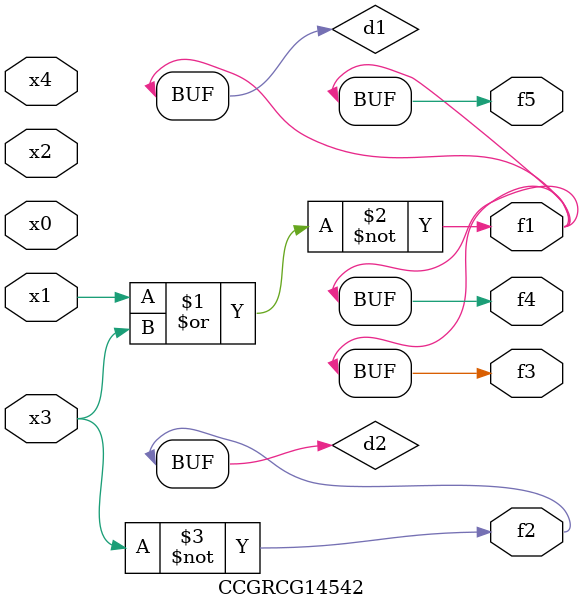
<source format=v>
module CCGRCG14542(
	input x0, x1, x2, x3, x4,
	output f1, f2, f3, f4, f5
);

	wire d1, d2;

	nor (d1, x1, x3);
	not (d2, x3);
	assign f1 = d1;
	assign f2 = d2;
	assign f3 = d1;
	assign f4 = d1;
	assign f5 = d1;
endmodule

</source>
